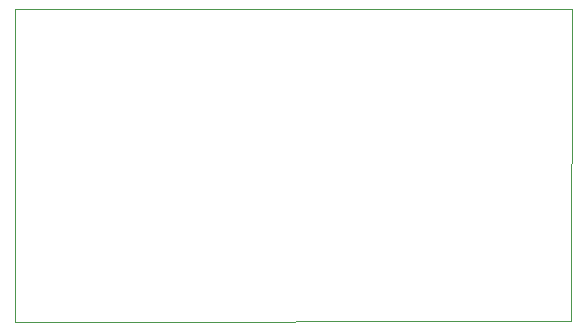
<source format=gbr>
%TF.GenerationSoftware,KiCad,Pcbnew,6.0.2+dfsg-1*%
%TF.CreationDate,2023-01-19T15:29:43-05:00*%
%TF.ProjectId,sensor-board,73656e73-6f72-42d6-926f-6172642e6b69,rev?*%
%TF.SameCoordinates,Original*%
%TF.FileFunction,Profile,NP*%
%FSLAX46Y46*%
G04 Gerber Fmt 4.6, Leading zero omitted, Abs format (unit mm)*
G04 Created by KiCad (PCBNEW 6.0.2+dfsg-1) date 2023-01-19 15:29:43*
%MOMM*%
%LPD*%
G01*
G04 APERTURE LIST*
%TA.AperFunction,Profile*%
%ADD10C,0.100000*%
%TD*%
G04 APERTURE END LIST*
D10*
X122417398Y-124756553D02*
X122400000Y-151200000D01*
X75250000Y-151250000D02*
X122400000Y-151200000D01*
X75250000Y-124750000D02*
X75250000Y-151250000D01*
X75250000Y-124750000D02*
X122417398Y-124756553D01*
M02*

</source>
